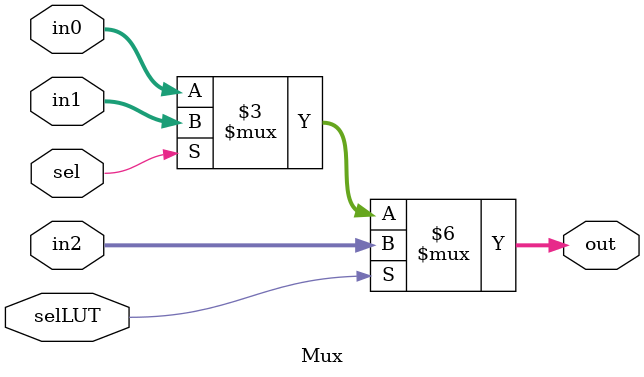
<source format=sv>
module Mux(
  input[7:0] 	in0,
  			 	in1,
  				in2,
  input 		sel,
  				selLUT,
  output logic[7:0] 	out);
  
  always_comb begin
    if(selLUT) begin
      out <= in2;
    end
    else if(sel) begin
      out <= in1;
    end
    else begin
      out <= in0;
    end
  end
endmodule
</source>
